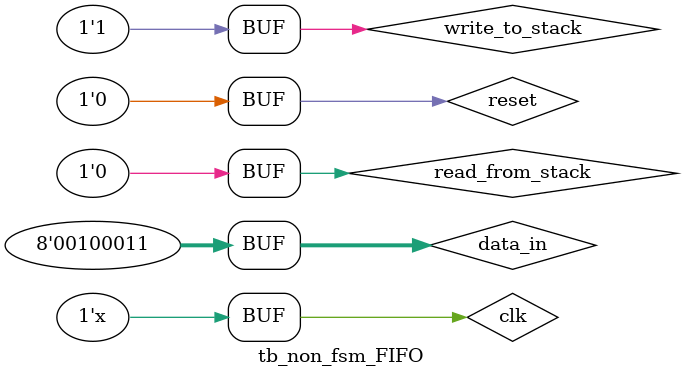
<source format=v>
`timescale 1ns / 1ps

module tb_non_fsm_FIFO();
    parameter num_of_words  = 32; // number of words that can be stored in the queue
    parameter word_length   = 8;  // length of each word in the queue
    parameter pointer_width = 5;  // width of the pointer 

    reg [word_length - 1:0] data_in;
    reg         clk,
                reset,
                write_to_stack,
                read_from_stack;
          
    wire    stack_full,
            stack_empty;           
    wire    [word_length - 1:0] data_out;
    
    queue_non_fsm uut(  clk,             // input clock
                        reset,           // set everything to zero
                        data_in,         // input data word
                        write_to_stack,  // write the data_in into the FIFO if this is asserted
                        read_from_stack, // output the data word from the FIFO when asserted
                        stack_full,      // generate a signal when the FIFO is full
                        stack_empty,     // generate a signal when the FIFO is empty
                        data_out         // output signal
                        );
                        
    initial begin
        clk = 0;
        reset = 1;
        
        #10
        reset = 0;
        read_from_stack = 0;
        write_to_stack = 1;
        data_in = 8'd1;
        
        #10
        data_in = 8'd10;
        
        #10
        data_in = 8'd20;
        
        #10
        read_from_stack = 1;
        write_to_stack = 0;
        data_in = 8'd40;
        
        #10 
        write_to_stack = 0;
        data_in = 8'd41;
        
        #10 
        write_to_stack = 1;
        read_from_stack = 0;
        data_in = 8'd42;
        
        #10
        data_in = 8'd30;
        
        #50
        write_to_stack = 0;
        read_from_stack = 1;
        data_in = 8'd25;  
        
        #50
        write_to_stack = 1;
        read_from_stack = 0;
        data_in = 8'd35;       
   end
   
   always #5 clk = ~clk;        

endmodule

</source>
